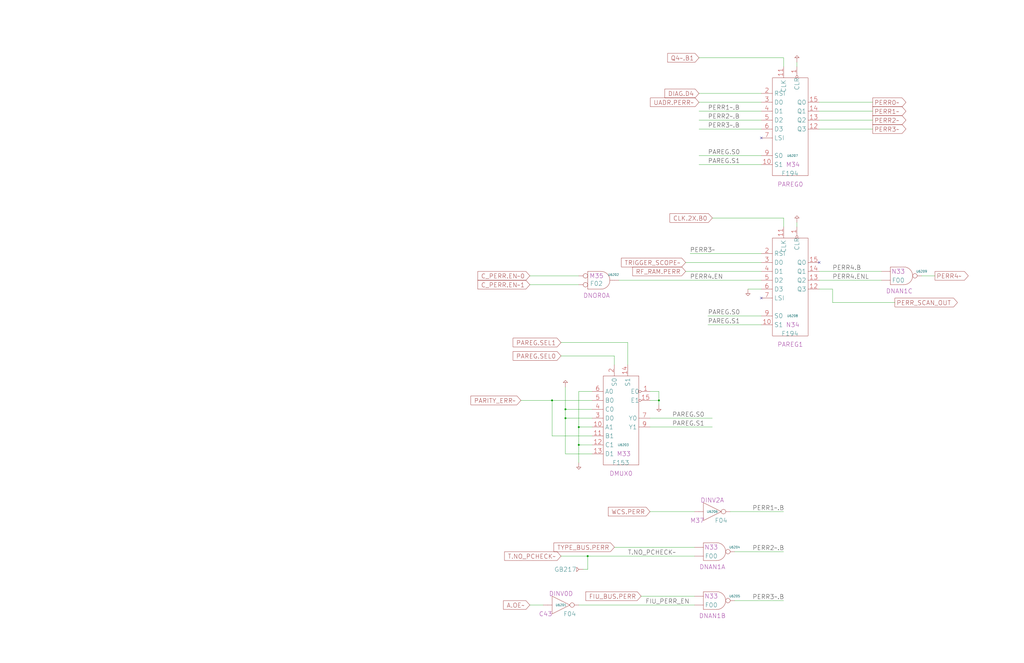
<source format=kicad_sch>
(kicad_sch (version 20250114) (generator "eeschema") (generator_version "9.0")
  (paper "User" 584.2 378.46)
  (title_block (title "DIAGNOSTIC PROCESSOR\\nPULLUPS & PARITY REGISTER") (date "15-MAR-90") (rev "1.0") (comment 1 "TYPE") (comment 2 "232-003062") (comment 3 "S400") (comment 4 "RELEASED"))
  (lib_symbols
    (symbol "r1000:F00" (pin_numbers (hide yes)) (pin_names (hide yes))
      (property "Reference" "U" (at 15.24 0 0))
      (property "Value" "F00" (at 1.905 -5.08 0))
      (property "Location" "___" (at 1.905 0 0))
      (property "Name" "______" (at 2.54 -12.7 0))
      (symbol "F00_0_1"
        (polyline (pts (xy -2.54 2.54) (xy -2.54 -7.62)) (stroke (width 0.1524)))
        (polyline (pts (xy -2.54 2.54) (xy 5.08 2.54)) (stroke (width 0.1524)))
        (polyline (pts (xy -2.54 -7.62) (xy 5.08 -7.62)) (stroke (width 0.1524)))
        (arc (start 5.08 2.54) (mid 10.1281 -2.54) (end 5.08 -7.62) (stroke (width 0.1524)))
        (circle (center 11.43 -2.54) (radius 1.27) (stroke (width 0.1524)))
      )
      (symbol "F00_0_2"
        (arc (start -3.175 2.54) (mid -2.134 -2.54) (end -3.175 -7.62) (stroke (width 0.1524)))
        (circle (center -3.81 0) (radius 1.27) (stroke (width 0.1524)))
        (circle (center -3.81 -5.08) (radius 1.27) (stroke (width 0.1524)))
        (polyline (pts (xy -3.175 2.54) (xy 3.81 2.54)) (stroke (width 0.1524)))
        (polyline (pts (xy -3.175 -7.62) (xy 3.81 -7.62)) (stroke (width 0.1524)))
        (arc (start 3.81 2.54) (mid 7.5828 0.7472) (end 10.16 -2.54) (stroke (width 0.1524)))
        (arc (start 10.16 -2.54) (mid 7.5855 -5.8306) (end 3.81 -7.62) (stroke (width 0.1524)))
      )
      (symbol "F00_1_1"
        (pin input line (at -7.62 0 0) (length 5.08) (name "D0") (number "1"))
        (pin input line (at -7.62 -5.08 0) (length 5.08) (name "D1") (number "2"))
        (pin output line (at 15.24 -2.54 180) (length 2.54) (name "Q") (number "3"))
      )
      (symbol "F00_1_2"
        (pin input line (at -7.62 0 0) (length 2.54) (name "D0") (number "1"))
        (pin input line (at -7.62 -5.08 0) (length 2.54) (name "D1") (number "2"))
        (pin output line (at 15.24 -2.54 180) (length 5.08) (name "Q") (number "3"))
      )
    )
    (symbol "r1000:F02" (pin_numbers (hide yes)) (pin_names (hide yes))
      (property "Reference" "U" (at 12.16 0.635 0))
      (property "Value" "F02" (at -1.27 -4.445 0))
      (property "Location" "___" (at 2.54 0 0))
      (property "Name" "______" (at 2.54 -12.7 0))
      (symbol "F02_0_1"
        (arc (start -3.81 2.54) (mid -2.9847 -2.54) (end -3.81 -7.62) (stroke (width 0.1524)))
        (polyline (pts (xy -5.08 0) (xy -3.175 0)) (stroke (width 0.1524)))
        (polyline (pts (xy -5.08 -5.08) (xy -3.175 -5.08)) (stroke (width 0.1524)))
        (polyline (pts (xy -3.81 2.54) (xy 2.54 2.54)) (stroke (width 0.1524)))
        (polyline (pts (xy -3.81 -7.62) (xy 2.54 -7.62)) (stroke (width 0.1524)))
        (arc (start 2.54 2.54) (mid 6.9477 0.8966) (end 10.16 -2.54) (stroke (width 0.1524)))
        (arc (start 10.16 -2.54) (mid 6.9515 -5.9823) (end 2.54 -7.62) (stroke (width 0.1524)))
        (circle (center 11.43 -2.54) (radius 1.27) (stroke (width 0.1524)))
        (polyline (pts (xy 13.97 -2.54) (xy 12.7 -2.54)) (stroke (width 0.1524)))
      )
      (symbol "F02_0_2"
        (circle (center -3.81 0) (radius 1.27) (stroke (width 0.1524)))
        (circle (center -3.81 -5.08) (radius 1.27) (stroke (width 0.1524)))
        (polyline (pts (xy -2.54 2.54) (xy -2.54 -7.62)) (stroke (width 0.1524)))
        (polyline (pts (xy -2.54 2.54) (xy 5.08 2.54)) (stroke (width 0.1524)))
        (polyline (pts (xy -2.54 -7.62) (xy 5.08 -7.62)) (stroke (width 0.1524)))
        (arc (start 5.08 2.54) (mid 10.1281 -2.54) (end 5.08 -7.62) (stroke (width 0.1524)))
        (polyline (pts (xy 11.43 -2.54) (xy 10.16 -2.54)) (stroke (width 0.1524)))
        (polyline (pts (xy 11.43 -2.54) (xy 12.7 -2.54)) (stroke (width 0.1524)))
      )
      (symbol "F02_1_1"
        (pin input line (at -7.62 0 0) (length 2.54) (name "D0") (number "1"))
        (pin input line (at -7.62 -5.08 0) (length 2.54) (name "D1") (number "2"))
        (pin output line (at 15.24 -2.54 180) (length 1.27) (name "Q") (number "3"))
      )
      (symbol "F02_1_2"
        (pin input line (at -7.62 0 0) (length 2.54) (name "D0") (number "1"))
        (pin input line (at -7.62 -5.08 0) (length 2.54) (name "D1") (number "2"))
        (pin output line (at 15.24 -2.54 180) (length 2.54) (name "Q") (number "3"))
      )
    )
    (symbol "r1000:F04" (pin_numbers (hide yes)) (pin_names (hide yes))
      (property "Reference" "U" (at 0 0 0))
      (property "Value" "F04" (at 1.27 -5.08 0))
      (property "Location" "___" (at -12.7 -5.08 0))
      (property "Name" "______" (at 0 5.08 0))
      (symbol "F04_0_1"
        (polyline (pts (xy -7.62 0) (xy -5.08 0)) (stroke (width 0.1524)))
        (polyline (pts (xy -5.08 5.08) (xy -5.08 -5.08)) (stroke (width 0.1524)))
        (polyline (pts (xy 5.08 0) (xy -5.08 5.08)) (stroke (width 0.1524)))
        (polyline (pts (xy 5.08 0) (xy -5.08 -5.08)) (stroke (width 0.1524)))
        (circle (center 6.35 0) (radius 1.27) (stroke (width 0.1524)))
      )
      (symbol "F04_1_1"
        (pin input line (at -10.16 0 0) (length 2.54) (name "D0") (number "1"))
        (pin output line (at 10.16 0 180) (length 2.54) (name "Q") (number "2"))
      )
    )
    (symbol "r1000:F153" (pin_names (offset 1.016))
      (property "Reference" "U" (at 2.54 5.08 0))
      (property "Value" "F153" (at -3.81 -5.08 0))
      (property "Location" "___" (at -1.27 0 0))
      (property "Name" "______" (at 1.27 -12.7 0))
      (symbol "F153_1_1"
        (rectangle (start -8.89 44.45) (end 11.43 -6.35))
        (circle (center 12.065 35.56) (radius 0.635))
        (circle (center 12.065 30.48) (radius 0.635))
        (pin input line (at -15.24 35.56 0) (length 6.35) (name "A0") (number "6"))
        (pin input line (at -15.24 30.48 0) (length 6.35) (name "B0") (number "5"))
        (pin input line (at -15.24 25.4 0) (length 6.35) (name "C0") (number "4"))
        (pin input line (at -15.24 20.32 0) (length 6.35) (name "D0") (number "3"))
        (pin input line (at -15.24 15.24 0) (length 6.35) (name "A1") (number "10"))
        (pin input line (at -15.24 10.16 0) (length 6.35) (name "B1") (number "11"))
        (pin input line (at -15.24 5.08 0) (length 6.35) (name "C1") (number "12"))
        (pin input line (at -15.24 0 0) (length 6.35) (name "D1") (number "13"))
        (pin input line (at -2.54 50.8 270) (length 6.35) (name "S0") (number "2"))
        (pin input line (at 5.08 50.8 270) (length 6.35) (name "S1") (number "14"))
        (pin input line (at 17.78 35.56 180) (length 5.08) (name "E0") (number "1"))
        (pin input line (at 17.78 30.48 180) (length 5.08) (name "E1") (number "15"))
        (pin output line (at 17.78 20.32 180) (length 6.35) (name "Y0") (number "7"))
        (pin output line (at 17.78 15.24 180) (length 6.35) (name "Y1") (number "9"))
      )
    )
    (symbol "r1000:F194" (pin_names (offset 1.016))
      (property "Reference" "U" (at 2.54 5.08 0))
      (property "Value" "F194" (at -3.81 -5.08 0))
      (property "Location" "___" (at -1.27 0 0))
      (property "Name" "______" (at 1.27 -12.7 0))
      (symbol "F194_1_1"
        (rectangle (start -8.89 49.53) (end 11.43 -6.35))
        (circle (center 5.08 50.165) (radius 0.635))
        (pin input line (at -15.24 40.64 0) (length 6.35) (name "RSI") (number "2"))
        (pin input line (at -15.24 35.56 0) (length 6.35) (name "D0") (number "3"))
        (pin input line (at -15.24 30.48 0) (length 6.35) (name "D1") (number "4"))
        (pin input line (at -15.24 25.4 0) (length 6.35) (name "D2") (number "5"))
        (pin input line (at -15.24 20.32 0) (length 6.35) (name "D3") (number "6"))
        (pin input line (at -15.24 15.24 0) (length 6.35) (name "LSI") (number "7"))
        (pin input line (at -15.24 5.08 0) (length 6.35) (name "S0") (number "9"))
        (pin input line (at -15.24 0 0) (length 6.35) (name "S1") (number "10"))
        (pin input line (at -2.54 55.88 270) (length 6.35) (name "CLK") (number "11"))
        (pin input line (at 5.08 55.88 270) (length 5.08) (name "CLR") (number "1"))
        (pin output line (at 17.78 35.56 180) (length 6.35) (name "Q0") (number "15"))
        (pin output line (at 17.78 30.48 180) (length 6.35) (name "Q1") (number "14"))
        (pin output line (at 17.78 25.4 180) (length 6.35) (name "Q2") (number "13"))
        (pin output line (at 17.78 20.32 180) (length 6.35) (name "Q3") (number "12"))
      )
    )
    (symbol "r1000:GB" (pin_numbers (hide yes)) (pin_names (offset 0) (hide yes))
      (property "Reference" "GB" (at 3.81 0 0))
      (symbol "GB_0_1"
        (polyline (pts (xy 2.54 0) (xy 3.81 1.27) (xy 3.81 -1.27) (xy 2.54 0)) (stroke (width 0.1524)))
      )
      (symbol "GB_1_1"
        (pin bidirectional line (at 0 0 0) (length 2.54) (name "") (number "1"))
      )
    )
    (symbol "r1000:PD" (power) (pin_numbers (hide yes)) (pin_names (hide yes)) (in_bom no)
      (symbol "PD_0_1"
        (polyline (pts (xy 0 -2.54) (xy 1.27 -2.54) (xy 0 -3.81) (xy -1.27 -2.54) (xy 0 -2.54)) (stroke (width 0.1524)))
      )
      (symbol "PD_1_1"
        (pin power_in line (at 0 0 270) (length 2.54) (name "PD") (number "1"))
      )
    )
    (symbol "r1000:PU" (power) (pin_numbers (hide yes)) (pin_names (hide yes))
      (symbol "PU_0_1"
        (polyline (pts (xy 0 2.54) (xy -1.27 2.54) (xy 0 3.81) (xy 1.27 2.54) (xy 0 2.54)) (stroke (width 0.1524)))
      )
      (symbol "PU_1_1"
        (pin power_in line (at 0 0 90) (length 2.54) (name "PU") (number "1"))
      )
    )
  )
  (junction (at 335.28 317.5))
  (junction (at 322.58 238.76))
  (junction (at 330.2 254))
  (junction (at 330.2 243.84))
  (junction (at 375.92 228.6))
  (junction (at 314.96 228.6))
  (junction (at 322.58 233.68))
  (no_connect (at 434.34 170.18))
  (no_connect (at 434.34 78.74))
  (no_connect (at 467.36 149.86))
  (wire (pts (xy 337.82 259.08) (xy 322.58 259.08)))
  (wire (pts (xy 370.84 223.52) (xy 375.92 223.52)))
  (wire (pts (xy 330.2 243.84) (xy 337.82 243.84)))
  (wire (pts (xy 322.58 238.76) (xy 322.58 233.68)))
  (wire (pts (xy 330.2 243.84) (xy 330.2 254)))
  (wire (pts (xy 365.76 340.36) (xy 396.24 340.36)))
  (wire (pts (xy 447.04 38.1) (xy 447.04 33.02)))
  (wire (pts (xy 391.16 154.94) (xy 434.34 154.94)))
  (wire (pts (xy 330.2 254) (xy 337.82 254)))
  (wire (pts (xy 398.78 63.5) (xy 434.34 63.5)))
  (wire (pts (xy 330.2 254) (xy 330.2 264.16)))
  (wire (pts (xy 302.26 345.44) (xy 309.88 345.44)))
  (wire (pts (xy 350.52 312.42) (xy 396.24 312.42)))
  (wire (pts (xy 398.78 88.9) (xy 434.34 88.9)))
  (wire (pts (xy 447.04 124.46) (xy 406.4 124.46)))
  (wire (pts (xy 322.58 238.76) (xy 337.82 238.76)))
  (wire (pts (xy 398.78 68.58) (xy 434.34 68.58)))
  (wire (pts (xy 419.1 314.96) (xy 447.04 314.96)))
  (wire (pts (xy 525.78 157.48) (xy 533.4 157.48)))
  (wire (pts (xy 403.86 180.34) (xy 434.34 180.34)))
  (wire (pts (xy 454.66 127) (xy 454.66 129.54)))
  (wire (pts (xy 370.84 238.76) (xy 406.4 238.76)))
  (wire (pts (xy 320.04 203.2) (xy 350.52 203.2)))
  (wire (pts (xy 474.98 172.72) (xy 510.54 172.72)))
  (wire (pts (xy 467.36 154.94) (xy 502.92 154.94)))
  (wire (pts (xy 398.78 53.34) (xy 434.34 53.34)))
  (wire (pts (xy 337.82 223.52) (xy 330.2 223.52)))
  (wire (pts (xy 297.18 228.6) (xy 314.96 228.6)))
  (wire (pts (xy 370.84 228.6) (xy 375.92 228.6)))
  (wire (pts (xy 320.04 317.5) (xy 335.28 317.5)))
  (wire (pts (xy 330.2 223.52) (xy 330.2 243.84)))
  (wire (pts (xy 467.36 58.42) (xy 497.84 58.42)))
  (wire (pts (xy 302.26 162.56) (xy 330.2 162.56)))
  (wire (pts (xy 467.36 63.5) (xy 497.84 63.5)))
  (wire (pts (xy 403.86 185.42) (xy 434.34 185.42)))
  (wire (pts (xy 335.28 317.5) (xy 396.24 317.5)))
  (wire (pts (xy 337.82 248.92) (xy 314.96 248.92)))
  (wire (pts (xy 322.58 233.68) (xy 337.82 233.68)))
  (wire (pts (xy 447.04 33.02) (xy 398.78 33.02)))
  (wire (pts (xy 314.96 248.92) (xy 314.96 228.6)))
  (wire (pts (xy 447.04 129.54) (xy 447.04 124.46)))
  (wire (pts (xy 322.58 233.68) (xy 322.58 220.98)))
  (wire (pts (xy 314.96 228.6) (xy 337.82 228.6)))
  (wire (pts (xy 467.36 73.66) (xy 497.84 73.66)))
  (wire (pts (xy 332.74 325.12) (xy 335.28 325.12)))
  (wire (pts (xy 467.36 165.1) (xy 474.98 165.1)))
  (wire (pts (xy 322.58 259.08) (xy 322.58 238.76)))
  (wire (pts (xy 467.36 160.02) (xy 502.92 160.02)))
  (wire (pts (xy 398.78 73.66) (xy 434.34 73.66)))
  (wire (pts (xy 398.78 58.42) (xy 434.34 58.42)))
  (wire (pts (xy 419.1 342.9) (xy 447.04 342.9)))
  (wire (pts (xy 467.36 68.58) (xy 497.84 68.58)))
  (wire (pts (xy 302.26 157.48) (xy 330.2 157.48)))
  (wire (pts (xy 474.98 165.1) (xy 474.98 172.72)))
  (wire (pts (xy 358.14 195.58) (xy 320.04 195.58)))
  (wire (pts (xy 358.14 208.28) (xy 358.14 195.58)))
  (wire (pts (xy 398.78 93.98) (xy 434.34 93.98)))
  (wire (pts (xy 393.7 144.78) (xy 434.34 144.78)))
  (wire (pts (xy 350.52 208.28) (xy 350.52 203.2)))
  (wire (pts (xy 454.66 35.56) (xy 454.66 38.1)))
  (wire (pts (xy 391.16 149.86) (xy 434.34 149.86)))
  (wire (pts (xy 335.28 317.5) (xy 335.28 325.12)))
  (wire (pts (xy 375.92 223.52) (xy 375.92 228.6)))
  (wire (pts (xy 426.72 165.1) (xy 434.34 165.1)))
  (wire (pts (xy 370.84 292.1) (xy 396.24 292.1)))
  (wire (pts (xy 330.2 345.44) (xy 396.24 345.44)))
  (wire (pts (xy 370.84 243.84) (xy 406.4 243.84)))
  (wire (pts (xy 416.56 292.1) (xy 447.04 292.1)))
  (wire (pts (xy 353.06 160.02) (xy 434.34 160.02)))
  (wire (pts (xy 375.92 228.6) (xy 375.92 231.14)))
  (label "PERR4.B" (at 474.98 154.94 0) (effects (font (size 2.54 2.54))))
  (label "PERR3~" (at 393.7 144.78 0) (effects (font (size 2.54 2.54))))
  (label "PAREG.S1" (at 403.86 185.42 0) (effects (font (size 2.54 2.54))))
  (label "PERR3~.B" (at 403.86 73.66 0) (effects (font (size 2.54 2.54))))
  (label "PERR4.EN" (at 393.7 160.02 0) (effects (font (size 2.54 2.54))))
  (label "PERR2~.B" (at 403.86 68.58 0) (effects (font (size 2.54 2.54))))
  (label "PERR3~.B" (at 429.26 342.9 0) (effects (font (size 2.54 2.54))))
  (label "T.NO_PCHECK~" (at 358.14 317.5 0) (effects (font (size 2.54 2.54))))
  (label "PAREG.S0" (at 403.86 88.9 0) (effects (font (size 2.54 2.54))))
  (label "PAREG.S0" (at 383.54 238.76 0) (effects (font (size 2.54 2.54))))
  (label "PAREG.S1" (at 383.54 243.84 0) (effects (font (size 2.54 2.54))))
  (label "PAREG.S1" (at 403.86 93.98 0) (effects (font (size 2.54 2.54))))
  (label "PERR1~.B" (at 429.26 292.1 0) (effects (font (size 2.54 2.54))))
  (label "FIU_PERR_EN" (at 368.3 345.44 0) (effects (font (size 2.54 2.54))))
  (label "PERR2~.B" (at 429.26 314.96 0) (effects (font (size 2.54 2.54))))
  (label "PERR4.ENL" (at 474.98 160.02 0) (effects (font (size 2.54 2.54))))
  (label "PAREG.S0" (at 403.86 180.34 0) (effects (font (size 2.54 2.54))))
  (label "PERR1~.B" (at 403.86 63.5 0) (effects (font (size 2.54 2.54))))
  (global_label "PERR4~" (shape output) (at 533.4 157.48 0) (effects (font (size 2.54 2.54))) (property "Intersheetrefs" "${INTERSHEET_REFS}" (at 552.1869 157.3213 0) (effects (font (size 1.905 1.905)) (justify left))))
  (global_label "T.NO_PCHECK~" (shape input) (at 320.04 317.5 180) (effects (font (size 2.54 2.54))) (property "Intersheetrefs" "${INTERSHEET_REFS}" (at 288.0693 317.3413 0) (effects (font (size 1.905 1.905)) (justify right))))
  (global_label "CLK.2X.B0" (shape input) (at 406.4 124.46 180) (effects (font (size 2.54 2.54))) (property "Intersheetrefs" "${INTERSHEET_REFS}" (at 382.4121 124.3013 0) (effects (font (size 1.905 1.905)) (justify right))))
  (global_label "DIAG.D4" (shape input) (at 398.78 53.34 180) (effects (font (size 2.54 2.54))) (property "Intersheetrefs" "${INTERSHEET_REFS}" (at 379.5093 53.1813 0) (effects (font (size 1.905 1.905)) (justify right))))
  (global_label "UADR.PERR~" (shape input) (at 398.78 58.42 180) (effects (font (size 2.54 2.54))) (property "Intersheetrefs" "${INTERSHEET_REFS}" (at 371.2845 58.2613 0) (effects (font (size 1.905 1.905)) (justify right))))
  (global_label "PERR1~" (shape output) (at 497.84 63.5 0) (effects (font (size 2.54 2.54))) (property "Intersheetrefs" "${INTERSHEET_REFS}" (at 516.6269 63.3413 0) (effects (font (size 1.905 1.905)) (justify left))))
  (global_label "TYPE_BUS.PERR" (shape input) (at 350.52 312.42 180) (effects (font (size 2.54 2.54))) (property "Intersheetrefs" "${INTERSHEET_REFS}" (at 316.2512 312.2613 0) (effects (font (size 1.905 1.905)) (justify right))))
  (global_label "PERR_SCAN_OUT" (shape output) (at 510.54 172.72 0) (effects (font (size 2.54 2.54))) (property "Intersheetrefs" "${INTERSHEET_REFS}" (at 546.0184 172.5613 0) (effects (font (size 1.905 1.905)) (justify left))))
  (global_label "PAREG.SEL0" (shape input) (at 320.04 203.2 180) (effects (font (size 2.54 2.54))) (property "Intersheetrefs" "${INTERSHEET_REFS}" (at 292.9074 203.0413 0) (effects (font (size 1.905 1.905)) (justify right))))
  (global_label "PERR3~" (shape output) (at 497.84 73.66 0) (effects (font (size 2.54 2.54))) (property "Intersheetrefs" "${INTERSHEET_REFS}" (at 516.6269 73.5013 0) (effects (font (size 1.905 1.905)) (justify left))))
  (global_label "PERR0~" (shape output) (at 497.84 58.42 0) (effects (font (size 2.54 2.54))) (property "Intersheetrefs" "${INTERSHEET_REFS}" (at 516.6269 58.2613 0) (effects (font (size 1.905 1.905)) (justify left))))
  (global_label "PARITY_ERR~" (shape input) (at 297.18 228.6 180) (effects (font (size 2.54 2.54))) (property "Intersheetrefs" "${INTERSHEET_REFS}" (at 268.8378 228.4413 0) (effects (font (size 1.905 1.905)) (justify right))))
  (global_label "WCS.PERR" (shape input) (at 370.84 292.1 180) (effects (font (size 2.54 2.54))) (property "Intersheetrefs" "${INTERSHEET_REFS}" (at 347.215 291.9413 0) (effects (font (size 1.905 1.905)) (justify right))))
  (global_label "PAREG.SEL1" (shape input) (at 320.04 195.58 180) (effects (font (size 2.54 2.54))) (property "Intersheetrefs" "${INTERSHEET_REFS}" (at 292.9074 195.4213 0) (effects (font (size 1.905 1.905)) (justify right))))
  (global_label "PERR2~" (shape output) (at 497.84 68.58 0) (effects (font (size 2.54 2.54))) (property "Intersheetrefs" "${INTERSHEET_REFS}" (at 516.6269 68.4213 0) (effects (font (size 1.905 1.905)) (justify left))))
  (global_label "A.OE~" (shape input) (at 302.26 345.44 180) (effects (font (size 2.54 2.54))) (property "Intersheetrefs" "${INTERSHEET_REFS}" (at 287.4645 345.2813 0) (effects (font (size 1.905 1.905)) (justify right))))
  (global_label "TRIGGER_SCOPE~" (shape input) (at 391.16 149.86 180) (effects (font (size 2.54 2.54))) (property "Intersheetrefs" "${INTERSHEET_REFS}" (at 354.5235 149.7013 0) (effects (font (size 1.905 1.905)) (justify right))))
  (global_label "C_PERR.EN~1" (shape input) (at 302.26 162.56 180) (effects (font (size 2.54 2.54))) (property "Intersheetrefs" "${INTERSHEET_REFS}" (at 272.8293 162.4013 0) (effects (font (size 1.905 1.905)) (justify right))))
  (global_label "RF_RAM.PERR" (shape input) (at 391.16 154.94 180) (effects (font (size 2.54 2.54))) (property "Intersheetrefs" "${INTERSHEET_REFS}" (at 361.1245 154.7813 0) (effects (font (size 1.905 1.905)) (justify right))))
  (global_label "FIU_BUS.PERR" (shape input) (at 365.76 340.36 180) (effects (font (size 2.54 2.54))) (property "Intersheetrefs" "${INTERSHEET_REFS}" (at 334.394 340.2013 0) (effects (font (size 1.905 1.905)) (justify right))))
  (global_label "C_PERR.EN~0" (shape input) (at 302.26 157.48 180) (effects (font (size 2.54 2.54))) (property "Intersheetrefs" "${INTERSHEET_REFS}" (at 272.8293 157.3213 0) (effects (font (size 1.905 1.905)) (justify right))))
  (global_label "Q4~.B1" (shape input) (at 398.78 33.02 180) (effects (font (size 2.54 2.54))) (property "Intersheetrefs" "${INTERSHEET_REFS}" (at 381.0816 32.8613 0) (effects (font (size 1.905 1.905)) (justify right))))
  (symbol (lib_id "r1000:PU") (at 454.66 35.56 0) (unit 1)
    (property "Reference" "#PWR06205" (effects (hide yes)))
    (property "Value" "PU" (effects (hide yes)))
  )
  (symbol (lib_id "r1000:F00") (at 403.86 312.42 0) (unit 1)
    (property "Reference" "U6204" (at 419.1 312.42 0))
    (property "Value" "F00" (at 405.765 317.5 0) (effects (font (size 2.54 2.54))))
    (property "Location" "N33" (at 405.765 312.42 0) (effects (font (size 2.54 2.54))))
    (property "Name" "DNAN1A" (at 406.4 325.12 0) (effects (font (size 2.54 2.54)) (justify bottom)))
  )
  (symbol (lib_id "r1000:F194") (at 449.58 93.98 0) (unit 1)
    (property "Reference" "U6207" (at 452.12 88.9 0))
    (property "Value" "F194" (at 445.77 99.06 0) (effects (font (size 2.54 2.54)) (justify left)))
    (property "Location" "M34" (at 448.31 93.98 0) (effects (font (size 2.54 2.54)) (justify left)))
    (property "Name" "PAREG0" (at 450.85 106.68 0) (effects (font (size 2.54 2.54)) (justify bottom)))
  )
  (symbol (lib_id "r1000:PU") (at 322.58 220.98 0) (unit 1)
    (property "Reference" "#PWR06201" (effects (hide yes)))
    (property "Value" "PU" (effects (hide yes)))
  )
  (symbol (lib_id "r1000:F153") (at 353.06 259.08 0) (unit 1)
    (property "Reference" "U6203" (at 355.6 254 0))
    (property "Value" "F153" (at 349.25 264.16 0) (effects (font (size 2.54 2.54)) (justify left)))
    (property "Location" "M33" (at 351.79 259.08 0) (effects (font (size 2.54 2.54)) (justify left)))
    (property "Name" "DMUX0" (at 354.33 271.78 0) (effects (font (size 2.54 2.54)) (justify bottom)))
  )
  (symbol (lib_id "r1000:GB") (at 332.74 325.12 0) (mirror y) (unit 1)
    (property "Reference" "GB217" (at 328.93 325.12 0) (effects (font (size 2.54 2.54)) (justify left)))
    (property "Value" "GB" (effects (hide yes)))
  )
  (symbol (lib_id "r1000:PD") (at 375.92 231.14 0) (unit 1) (in_bom no)
    (property "Reference" "#PWR06203" (effects (hide yes)))
    (property "Value" "PD" (effects (hide yes)))
  )
  (symbol (lib_id "r1000:F194") (at 449.58 185.42 0) (unit 1)
    (property "Reference" "U6208" (at 452.12 180.34 0))
    (property "Value" "F194" (at 445.77 190.5 0) (effects (font (size 2.54 2.54)) (justify left)))
    (property "Location" "N34" (at 448.31 185.42 0) (effects (font (size 2.54 2.54)) (justify left)))
    (property "Name" "PAREG1" (at 450.85 198.12 0) (effects (font (size 2.54 2.54)) (justify bottom)))
  )
  (symbol (lib_id "r1000:F00") (at 510.54 154.94 0) (unit 1)
    (property "Reference" "U6209" (at 525.78 154.94 0))
    (property "Value" "F00" (at 512.445 160.02 0) (effects (font (size 2.54 2.54))))
    (property "Location" "N33" (at 512.445 154.94 0) (effects (font (size 2.54 2.54))))
    (property "Name" "DNAN1C" (at 513.08 167.64 0) (effects (font (size 2.54 2.54)) (justify bottom)))
  )
  (symbol (lib_id "r1000:F04") (at 320.04 345.44 0) (unit 1)
    (property "Reference" "U6201" (at 320.04 345.44 0))
    (property "Value" "F04" (at 321.31 350.52 0) (effects (font (size 2.54 2.54)) (justify left)))
    (property "Location" "C43" (at 307.34 350.52 0) (effects (font (size 2.54 2.54)) (justify left)))
    (property "Name" "DINV0D" (at 320.04 340.36 0) (effects (font (size 2.54 2.54)) (justify bottom)))
  )
  (symbol (lib_id "r1000:F00") (at 403.86 340.36 0) (unit 1)
    (property "Reference" "U6205" (at 419.1 340.36 0))
    (property "Value" "F00" (at 405.765 345.44 0) (effects (font (size 2.54 2.54))))
    (property "Location" "N33" (at 405.765 340.36 0) (effects (font (size 2.54 2.54))))
    (property "Name" "DNAN1B" (at 406.4 353.06 0) (effects (font (size 2.54 2.54)) (justify bottom)))
  )
  (symbol (lib_id "r1000:PD") (at 330.2 264.16 0) (unit 1) (in_bom no)
    (property "Reference" "#PWR06202" (effects (hide yes)))
    (property "Value" "PD" (effects (hide yes)))
  )
  (symbol (lib_id "r1000:F02") (at 337.82 157.48 0) (unit 1) (convert 2)
    (property "Reference" "U6202" (at 349.98 156.845 0))
    (property "Value" "F02" (at 336.55 161.925 0) (effects (font (size 2.54 2.54)) (justify left)))
    (property "Location" "M35" (at 340.36 157.48 0) (effects (font (size 2.54 2.54))))
    (property "Name" "DNOR0A" (at 340.36 170.18 0) (effects (font (size 2.54 2.54)) (justify bottom)))
  )
  (symbol (lib_id "r1000:F04") (at 406.4 292.1 0) (unit 1)
    (property "Reference" "U6206" (at 406.4 292.1 0))
    (property "Value" "F04" (at 407.67 297.18 0) (effects (font (size 2.54 2.54)) (justify left)))
    (property "Location" "M37" (at 393.7 297.18 0) (effects (font (size 2.54 2.54)) (justify left)))
    (property "Name" "DINV2A" (at 406.4 287.02 0) (effects (font (size 2.54 2.54)) (justify bottom)))
  )
  (symbol (lib_id "r1000:PU") (at 454.66 127 0) (unit 1)
    (property "Reference" "#PWR06206" (effects (hide yes)))
    (property "Value" "PU" (effects (hide yes)))
  )
  (symbol (lib_id "r1000:PD") (at 426.72 165.1 0) (unit 1) (in_bom no)
    (property "Reference" "#PWR06204" (effects (hide yes)))
    (property "Value" "PD" (effects (hide yes)))
  )
)
</source>
